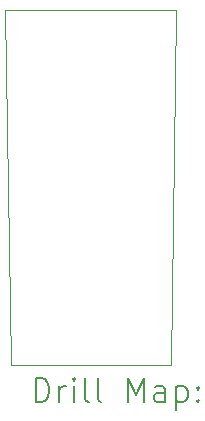
<source format=gbr>
%TF.GenerationSoftware,KiCad,Pcbnew,9.0.6*%
%TF.CreationDate,2025-12-02T11:08:12-05:00*%
%TF.ProjectId,InterConnect,496e7465-7243-46f6-9e6e-6563742e6b69,0*%
%TF.SameCoordinates,Original*%
%TF.FileFunction,Drillmap*%
%TF.FilePolarity,Positive*%
%FSLAX45Y45*%
G04 Gerber Fmt 4.5, Leading zero omitted, Abs format (unit mm)*
G04 Created by KiCad (PCBNEW 9.0.6) date 2025-12-02 11:08:12*
%MOMM*%
%LPD*%
G01*
G04 APERTURE LIST*
%ADD10C,0.050000*%
%ADD11C,0.200000*%
G04 APERTURE END LIST*
D10*
X12546000Y-8504000D02*
X13695000Y-8504000D01*
X12244902Y-8504000D02*
X12245000Y-8510000D01*
X12400000Y-8504000D02*
X12244902Y-8504000D01*
X12546000Y-8504000D02*
X12400000Y-8504000D01*
X13695000Y-8504000D02*
X13653000Y-11510000D01*
X12294000Y-11510000D02*
X12245000Y-8510000D01*
X12294000Y-11510000D02*
X13653000Y-11510000D01*
D11*
X12503179Y-11823984D02*
X12503179Y-11623984D01*
X12503179Y-11623984D02*
X12550798Y-11623984D01*
X12550798Y-11623984D02*
X12579369Y-11633508D01*
X12579369Y-11633508D02*
X12598417Y-11652555D01*
X12598417Y-11652555D02*
X12607941Y-11671603D01*
X12607941Y-11671603D02*
X12617464Y-11709698D01*
X12617464Y-11709698D02*
X12617464Y-11738269D01*
X12617464Y-11738269D02*
X12607941Y-11776365D01*
X12607941Y-11776365D02*
X12598417Y-11795412D01*
X12598417Y-11795412D02*
X12579369Y-11814460D01*
X12579369Y-11814460D02*
X12550798Y-11823984D01*
X12550798Y-11823984D02*
X12503179Y-11823984D01*
X12703179Y-11823984D02*
X12703179Y-11690650D01*
X12703179Y-11728746D02*
X12712703Y-11709698D01*
X12712703Y-11709698D02*
X12722226Y-11700174D01*
X12722226Y-11700174D02*
X12741274Y-11690650D01*
X12741274Y-11690650D02*
X12760322Y-11690650D01*
X12826988Y-11823984D02*
X12826988Y-11690650D01*
X12826988Y-11623984D02*
X12817464Y-11633508D01*
X12817464Y-11633508D02*
X12826988Y-11643031D01*
X12826988Y-11643031D02*
X12836512Y-11633508D01*
X12836512Y-11633508D02*
X12826988Y-11623984D01*
X12826988Y-11623984D02*
X12826988Y-11643031D01*
X12950798Y-11823984D02*
X12931750Y-11814460D01*
X12931750Y-11814460D02*
X12922226Y-11795412D01*
X12922226Y-11795412D02*
X12922226Y-11623984D01*
X13055560Y-11823984D02*
X13036512Y-11814460D01*
X13036512Y-11814460D02*
X13026988Y-11795412D01*
X13026988Y-11795412D02*
X13026988Y-11623984D01*
X13284131Y-11823984D02*
X13284131Y-11623984D01*
X13284131Y-11623984D02*
X13350798Y-11766841D01*
X13350798Y-11766841D02*
X13417464Y-11623984D01*
X13417464Y-11623984D02*
X13417464Y-11823984D01*
X13598417Y-11823984D02*
X13598417Y-11719222D01*
X13598417Y-11719222D02*
X13588893Y-11700174D01*
X13588893Y-11700174D02*
X13569845Y-11690650D01*
X13569845Y-11690650D02*
X13531750Y-11690650D01*
X13531750Y-11690650D02*
X13512703Y-11700174D01*
X13598417Y-11814460D02*
X13579369Y-11823984D01*
X13579369Y-11823984D02*
X13531750Y-11823984D01*
X13531750Y-11823984D02*
X13512703Y-11814460D01*
X13512703Y-11814460D02*
X13503179Y-11795412D01*
X13503179Y-11795412D02*
X13503179Y-11776365D01*
X13503179Y-11776365D02*
X13512703Y-11757317D01*
X13512703Y-11757317D02*
X13531750Y-11747793D01*
X13531750Y-11747793D02*
X13579369Y-11747793D01*
X13579369Y-11747793D02*
X13598417Y-11738269D01*
X13693655Y-11690650D02*
X13693655Y-11890650D01*
X13693655Y-11700174D02*
X13712703Y-11690650D01*
X13712703Y-11690650D02*
X13750798Y-11690650D01*
X13750798Y-11690650D02*
X13769845Y-11700174D01*
X13769845Y-11700174D02*
X13779369Y-11709698D01*
X13779369Y-11709698D02*
X13788893Y-11728746D01*
X13788893Y-11728746D02*
X13788893Y-11785888D01*
X13788893Y-11785888D02*
X13779369Y-11804936D01*
X13779369Y-11804936D02*
X13769845Y-11814460D01*
X13769845Y-11814460D02*
X13750798Y-11823984D01*
X13750798Y-11823984D02*
X13712703Y-11823984D01*
X13712703Y-11823984D02*
X13693655Y-11814460D01*
X13874607Y-11804936D02*
X13884131Y-11814460D01*
X13884131Y-11814460D02*
X13874607Y-11823984D01*
X13874607Y-11823984D02*
X13865084Y-11814460D01*
X13865084Y-11814460D02*
X13874607Y-11804936D01*
X13874607Y-11804936D02*
X13874607Y-11823984D01*
X13874607Y-11700174D02*
X13884131Y-11709698D01*
X13884131Y-11709698D02*
X13874607Y-11719222D01*
X13874607Y-11719222D02*
X13865084Y-11709698D01*
X13865084Y-11709698D02*
X13874607Y-11700174D01*
X13874607Y-11700174D02*
X13874607Y-11719222D01*
M02*

</source>
